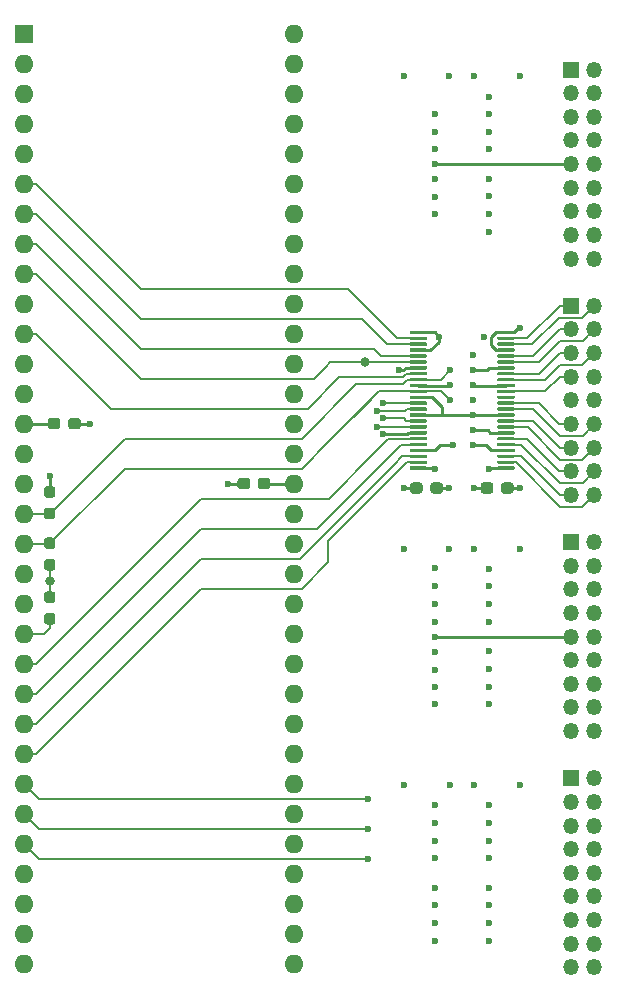
<source format=gbl>
G04 #@! TF.GenerationSoftware,KiCad,Pcbnew,5.1.10*
G04 #@! TF.CreationDate,2021-08-30T11:46:02-07:00*
G04 #@! TF.ProjectId,M68K-BREAKOUT,4d36384b-2d42-4524-9541-4b4f55542e6b,rev?*
G04 #@! TF.SameCoordinates,Original*
G04 #@! TF.FileFunction,Copper,L4,Bot*
G04 #@! TF.FilePolarity,Positive*
%FSLAX46Y46*%
G04 Gerber Fmt 4.6, Leading zero omitted, Abs format (unit mm)*
G04 Created by KiCad (PCBNEW 5.1.10) date 2021-08-30 11:46:02*
%MOMM*%
%LPD*%
G01*
G04 APERTURE LIST*
G04 #@! TA.AperFunction,ComponentPad*
%ADD10O,1.350000X1.350000*%
G04 #@! TD*
G04 #@! TA.AperFunction,ComponentPad*
%ADD11R,1.350000X1.350000*%
G04 #@! TD*
G04 #@! TA.AperFunction,ComponentPad*
%ADD12O,1.600000X1.600000*%
G04 #@! TD*
G04 #@! TA.AperFunction,ComponentPad*
%ADD13R,1.600000X1.600000*%
G04 #@! TD*
G04 #@! TA.AperFunction,ViaPad*
%ADD14C,0.600000*%
G04 #@! TD*
G04 #@! TA.AperFunction,ViaPad*
%ADD15C,0.800000*%
G04 #@! TD*
G04 #@! TA.AperFunction,Conductor*
%ADD16C,0.254000*%
G04 #@! TD*
G04 #@! TA.AperFunction,Conductor*
%ADD17C,0.152400*%
G04 #@! TD*
G04 APERTURE END LIST*
G04 #@! TA.AperFunction,SMDPad,CuDef*
G36*
G01*
X126889500Y-107105000D02*
X127364500Y-107105000D01*
G75*
G02*
X127602000Y-107342500I0J-237500D01*
G01*
X127602000Y-107842500D01*
G75*
G02*
X127364500Y-108080000I-237500J0D01*
G01*
X126889500Y-108080000D01*
G75*
G02*
X126652000Y-107842500I0J237500D01*
G01*
X126652000Y-107342500D01*
G75*
G02*
X126889500Y-107105000I237500J0D01*
G01*
G37*
G04 #@! TD.AperFunction*
G04 #@! TA.AperFunction,SMDPad,CuDef*
G36*
G01*
X126889500Y-105280000D02*
X127364500Y-105280000D01*
G75*
G02*
X127602000Y-105517500I0J-237500D01*
G01*
X127602000Y-106017500D01*
G75*
G02*
X127364500Y-106255000I-237500J0D01*
G01*
X126889500Y-106255000D01*
G75*
G02*
X126652000Y-106017500I0J237500D01*
G01*
X126652000Y-105517500D01*
G75*
G02*
X126889500Y-105280000I237500J0D01*
G01*
G37*
G04 #@! TD.AperFunction*
D10*
X173241720Y-137092991D03*
X171241720Y-137092991D03*
X173241720Y-135092991D03*
X171241720Y-135092991D03*
X173241720Y-133092991D03*
X171241720Y-133092991D03*
X173241720Y-131092991D03*
X171241720Y-131092991D03*
X173241720Y-129092991D03*
X171241720Y-129092991D03*
X173241720Y-127092991D03*
X171241720Y-127092991D03*
X173241720Y-125092991D03*
X171241720Y-125092991D03*
X173241720Y-123092991D03*
X171241720Y-123092991D03*
X173241720Y-121092991D03*
D11*
X171241720Y-121092991D03*
D10*
X173241720Y-117092991D03*
X171241720Y-117092991D03*
X173241720Y-115092991D03*
X171241720Y-115092991D03*
X173241720Y-113092991D03*
X171241720Y-113092991D03*
X173241720Y-111092991D03*
X171241720Y-111092991D03*
X173241720Y-109092991D03*
X171241720Y-109092991D03*
X173241720Y-107092991D03*
X171241720Y-107092991D03*
X173241720Y-105092991D03*
X171241720Y-105092991D03*
X173241720Y-103092991D03*
X171241720Y-103092991D03*
X173241720Y-101092991D03*
D11*
X171241720Y-101092991D03*
D10*
X173241720Y-97092991D03*
X171241720Y-97092991D03*
X173241720Y-95092991D03*
X171241720Y-95092991D03*
X173241720Y-93092991D03*
X171241720Y-93092991D03*
X173241720Y-91092991D03*
X171241720Y-91092991D03*
X173241720Y-89092991D03*
X171241720Y-89092991D03*
X173241720Y-87092991D03*
X171241720Y-87092991D03*
X173241720Y-85092991D03*
X171241720Y-85092991D03*
X173241720Y-83092991D03*
X171241720Y-83092991D03*
X173241720Y-81092991D03*
D11*
X171241720Y-81092991D03*
D10*
X173241720Y-77092991D03*
X171241720Y-77092991D03*
X173241720Y-75092991D03*
X171241720Y-75092991D03*
X173241720Y-73092991D03*
X171241720Y-73092991D03*
X173241720Y-71092991D03*
X171241720Y-71092991D03*
X173241720Y-69092991D03*
X171241720Y-69092991D03*
X173241720Y-67092991D03*
X171241720Y-67092991D03*
X173241720Y-65092991D03*
X171241720Y-65092991D03*
X173241720Y-63092991D03*
X171241720Y-63092991D03*
X173241720Y-61092991D03*
D11*
X171241720Y-61092991D03*
G04 #@! TA.AperFunction,SMDPad,CuDef*
G36*
G01*
X164685000Y-96282500D02*
X164685000Y-96757500D01*
G75*
G02*
X164447500Y-96995000I-237500J0D01*
G01*
X163847500Y-96995000D01*
G75*
G02*
X163610000Y-96757500I0J237500D01*
G01*
X163610000Y-96282500D01*
G75*
G02*
X163847500Y-96045000I237500J0D01*
G01*
X164447500Y-96045000D01*
G75*
G02*
X164685000Y-96282500I0J-237500D01*
G01*
G37*
G04 #@! TD.AperFunction*
G04 #@! TA.AperFunction,SMDPad,CuDef*
G36*
G01*
X166410000Y-96282500D02*
X166410000Y-96757500D01*
G75*
G02*
X166172500Y-96995000I-237500J0D01*
G01*
X165572500Y-96995000D01*
G75*
G02*
X165335000Y-96757500I0J237500D01*
G01*
X165335000Y-96282500D01*
G75*
G02*
X165572500Y-96045000I237500J0D01*
G01*
X166172500Y-96045000D01*
G75*
G02*
X166410000Y-96282500I0J-237500D01*
G01*
G37*
G04 #@! TD.AperFunction*
G04 #@! TA.AperFunction,SMDPad,CuDef*
G36*
G01*
X159366000Y-96757500D02*
X159366000Y-96282500D01*
G75*
G02*
X159603500Y-96045000I237500J0D01*
G01*
X160203500Y-96045000D01*
G75*
G02*
X160441000Y-96282500I0J-237500D01*
G01*
X160441000Y-96757500D01*
G75*
G02*
X160203500Y-96995000I-237500J0D01*
G01*
X159603500Y-96995000D01*
G75*
G02*
X159366000Y-96757500I0J237500D01*
G01*
G37*
G04 #@! TD.AperFunction*
G04 #@! TA.AperFunction,SMDPad,CuDef*
G36*
G01*
X157641000Y-96757500D02*
X157641000Y-96282500D01*
G75*
G02*
X157878500Y-96045000I237500J0D01*
G01*
X158478500Y-96045000D01*
G75*
G02*
X158716000Y-96282500I0J-237500D01*
G01*
X158716000Y-96757500D01*
G75*
G02*
X158478500Y-96995000I-237500J0D01*
G01*
X157878500Y-96995000D01*
G75*
G02*
X157641000Y-96757500I0J237500D01*
G01*
G37*
G04 #@! TD.AperFunction*
G04 #@! TA.AperFunction,SMDPad,CuDef*
G36*
G01*
X165027000Y-94915500D02*
X165027000Y-94765500D01*
G75*
G02*
X165102000Y-94690500I75000J0D01*
G01*
X166427000Y-94690500D01*
G75*
G02*
X166502000Y-94765500I0J-75000D01*
G01*
X166502000Y-94915500D01*
G75*
G02*
X166427000Y-94990500I-75000J0D01*
G01*
X165102000Y-94990500D01*
G75*
G02*
X165027000Y-94915500I0J75000D01*
G01*
G37*
G04 #@! TD.AperFunction*
G04 #@! TA.AperFunction,SMDPad,CuDef*
G36*
G01*
X165027000Y-94415500D02*
X165027000Y-94265500D01*
G75*
G02*
X165102000Y-94190500I75000J0D01*
G01*
X166427000Y-94190500D01*
G75*
G02*
X166502000Y-94265500I0J-75000D01*
G01*
X166502000Y-94415500D01*
G75*
G02*
X166427000Y-94490500I-75000J0D01*
G01*
X165102000Y-94490500D01*
G75*
G02*
X165027000Y-94415500I0J75000D01*
G01*
G37*
G04 #@! TD.AperFunction*
G04 #@! TA.AperFunction,SMDPad,CuDef*
G36*
G01*
X165027000Y-93915500D02*
X165027000Y-93765500D01*
G75*
G02*
X165102000Y-93690500I75000J0D01*
G01*
X166427000Y-93690500D01*
G75*
G02*
X166502000Y-93765500I0J-75000D01*
G01*
X166502000Y-93915500D01*
G75*
G02*
X166427000Y-93990500I-75000J0D01*
G01*
X165102000Y-93990500D01*
G75*
G02*
X165027000Y-93915500I0J75000D01*
G01*
G37*
G04 #@! TD.AperFunction*
G04 #@! TA.AperFunction,SMDPad,CuDef*
G36*
G01*
X165027000Y-93415500D02*
X165027000Y-93265500D01*
G75*
G02*
X165102000Y-93190500I75000J0D01*
G01*
X166427000Y-93190500D01*
G75*
G02*
X166502000Y-93265500I0J-75000D01*
G01*
X166502000Y-93415500D01*
G75*
G02*
X166427000Y-93490500I-75000J0D01*
G01*
X165102000Y-93490500D01*
G75*
G02*
X165027000Y-93415500I0J75000D01*
G01*
G37*
G04 #@! TD.AperFunction*
G04 #@! TA.AperFunction,SMDPad,CuDef*
G36*
G01*
X165027000Y-92915500D02*
X165027000Y-92765500D01*
G75*
G02*
X165102000Y-92690500I75000J0D01*
G01*
X166427000Y-92690500D01*
G75*
G02*
X166502000Y-92765500I0J-75000D01*
G01*
X166502000Y-92915500D01*
G75*
G02*
X166427000Y-92990500I-75000J0D01*
G01*
X165102000Y-92990500D01*
G75*
G02*
X165027000Y-92915500I0J75000D01*
G01*
G37*
G04 #@! TD.AperFunction*
G04 #@! TA.AperFunction,SMDPad,CuDef*
G36*
G01*
X165027000Y-92415500D02*
X165027000Y-92265500D01*
G75*
G02*
X165102000Y-92190500I75000J0D01*
G01*
X166427000Y-92190500D01*
G75*
G02*
X166502000Y-92265500I0J-75000D01*
G01*
X166502000Y-92415500D01*
G75*
G02*
X166427000Y-92490500I-75000J0D01*
G01*
X165102000Y-92490500D01*
G75*
G02*
X165027000Y-92415500I0J75000D01*
G01*
G37*
G04 #@! TD.AperFunction*
G04 #@! TA.AperFunction,SMDPad,CuDef*
G36*
G01*
X165027000Y-91915500D02*
X165027000Y-91765500D01*
G75*
G02*
X165102000Y-91690500I75000J0D01*
G01*
X166427000Y-91690500D01*
G75*
G02*
X166502000Y-91765500I0J-75000D01*
G01*
X166502000Y-91915500D01*
G75*
G02*
X166427000Y-91990500I-75000J0D01*
G01*
X165102000Y-91990500D01*
G75*
G02*
X165027000Y-91915500I0J75000D01*
G01*
G37*
G04 #@! TD.AperFunction*
G04 #@! TA.AperFunction,SMDPad,CuDef*
G36*
G01*
X165027000Y-91415500D02*
X165027000Y-91265500D01*
G75*
G02*
X165102000Y-91190500I75000J0D01*
G01*
X166427000Y-91190500D01*
G75*
G02*
X166502000Y-91265500I0J-75000D01*
G01*
X166502000Y-91415500D01*
G75*
G02*
X166427000Y-91490500I-75000J0D01*
G01*
X165102000Y-91490500D01*
G75*
G02*
X165027000Y-91415500I0J75000D01*
G01*
G37*
G04 #@! TD.AperFunction*
G04 #@! TA.AperFunction,SMDPad,CuDef*
G36*
G01*
X165027000Y-90915500D02*
X165027000Y-90765500D01*
G75*
G02*
X165102000Y-90690500I75000J0D01*
G01*
X166427000Y-90690500D01*
G75*
G02*
X166502000Y-90765500I0J-75000D01*
G01*
X166502000Y-90915500D01*
G75*
G02*
X166427000Y-90990500I-75000J0D01*
G01*
X165102000Y-90990500D01*
G75*
G02*
X165027000Y-90915500I0J75000D01*
G01*
G37*
G04 #@! TD.AperFunction*
G04 #@! TA.AperFunction,SMDPad,CuDef*
G36*
G01*
X165027000Y-90415500D02*
X165027000Y-90265500D01*
G75*
G02*
X165102000Y-90190500I75000J0D01*
G01*
X166427000Y-90190500D01*
G75*
G02*
X166502000Y-90265500I0J-75000D01*
G01*
X166502000Y-90415500D01*
G75*
G02*
X166427000Y-90490500I-75000J0D01*
G01*
X165102000Y-90490500D01*
G75*
G02*
X165027000Y-90415500I0J75000D01*
G01*
G37*
G04 #@! TD.AperFunction*
G04 #@! TA.AperFunction,SMDPad,CuDef*
G36*
G01*
X165027000Y-89915500D02*
X165027000Y-89765500D01*
G75*
G02*
X165102000Y-89690500I75000J0D01*
G01*
X166427000Y-89690500D01*
G75*
G02*
X166502000Y-89765500I0J-75000D01*
G01*
X166502000Y-89915500D01*
G75*
G02*
X166427000Y-89990500I-75000J0D01*
G01*
X165102000Y-89990500D01*
G75*
G02*
X165027000Y-89915500I0J75000D01*
G01*
G37*
G04 #@! TD.AperFunction*
G04 #@! TA.AperFunction,SMDPad,CuDef*
G36*
G01*
X165027000Y-89415500D02*
X165027000Y-89265500D01*
G75*
G02*
X165102000Y-89190500I75000J0D01*
G01*
X166427000Y-89190500D01*
G75*
G02*
X166502000Y-89265500I0J-75000D01*
G01*
X166502000Y-89415500D01*
G75*
G02*
X166427000Y-89490500I-75000J0D01*
G01*
X165102000Y-89490500D01*
G75*
G02*
X165027000Y-89415500I0J75000D01*
G01*
G37*
G04 #@! TD.AperFunction*
G04 #@! TA.AperFunction,SMDPad,CuDef*
G36*
G01*
X165027000Y-88915500D02*
X165027000Y-88765500D01*
G75*
G02*
X165102000Y-88690500I75000J0D01*
G01*
X166427000Y-88690500D01*
G75*
G02*
X166502000Y-88765500I0J-75000D01*
G01*
X166502000Y-88915500D01*
G75*
G02*
X166427000Y-88990500I-75000J0D01*
G01*
X165102000Y-88990500D01*
G75*
G02*
X165027000Y-88915500I0J75000D01*
G01*
G37*
G04 #@! TD.AperFunction*
G04 #@! TA.AperFunction,SMDPad,CuDef*
G36*
G01*
X165027000Y-88415500D02*
X165027000Y-88265500D01*
G75*
G02*
X165102000Y-88190500I75000J0D01*
G01*
X166427000Y-88190500D01*
G75*
G02*
X166502000Y-88265500I0J-75000D01*
G01*
X166502000Y-88415500D01*
G75*
G02*
X166427000Y-88490500I-75000J0D01*
G01*
X165102000Y-88490500D01*
G75*
G02*
X165027000Y-88415500I0J75000D01*
G01*
G37*
G04 #@! TD.AperFunction*
G04 #@! TA.AperFunction,SMDPad,CuDef*
G36*
G01*
X165027000Y-87915500D02*
X165027000Y-87765500D01*
G75*
G02*
X165102000Y-87690500I75000J0D01*
G01*
X166427000Y-87690500D01*
G75*
G02*
X166502000Y-87765500I0J-75000D01*
G01*
X166502000Y-87915500D01*
G75*
G02*
X166427000Y-87990500I-75000J0D01*
G01*
X165102000Y-87990500D01*
G75*
G02*
X165027000Y-87915500I0J75000D01*
G01*
G37*
G04 #@! TD.AperFunction*
G04 #@! TA.AperFunction,SMDPad,CuDef*
G36*
G01*
X165027000Y-87415500D02*
X165027000Y-87265500D01*
G75*
G02*
X165102000Y-87190500I75000J0D01*
G01*
X166427000Y-87190500D01*
G75*
G02*
X166502000Y-87265500I0J-75000D01*
G01*
X166502000Y-87415500D01*
G75*
G02*
X166427000Y-87490500I-75000J0D01*
G01*
X165102000Y-87490500D01*
G75*
G02*
X165027000Y-87415500I0J75000D01*
G01*
G37*
G04 #@! TD.AperFunction*
G04 #@! TA.AperFunction,SMDPad,CuDef*
G36*
G01*
X165027000Y-86915500D02*
X165027000Y-86765500D01*
G75*
G02*
X165102000Y-86690500I75000J0D01*
G01*
X166427000Y-86690500D01*
G75*
G02*
X166502000Y-86765500I0J-75000D01*
G01*
X166502000Y-86915500D01*
G75*
G02*
X166427000Y-86990500I-75000J0D01*
G01*
X165102000Y-86990500D01*
G75*
G02*
X165027000Y-86915500I0J75000D01*
G01*
G37*
G04 #@! TD.AperFunction*
G04 #@! TA.AperFunction,SMDPad,CuDef*
G36*
G01*
X165027000Y-86415500D02*
X165027000Y-86265500D01*
G75*
G02*
X165102000Y-86190500I75000J0D01*
G01*
X166427000Y-86190500D01*
G75*
G02*
X166502000Y-86265500I0J-75000D01*
G01*
X166502000Y-86415500D01*
G75*
G02*
X166427000Y-86490500I-75000J0D01*
G01*
X165102000Y-86490500D01*
G75*
G02*
X165027000Y-86415500I0J75000D01*
G01*
G37*
G04 #@! TD.AperFunction*
G04 #@! TA.AperFunction,SMDPad,CuDef*
G36*
G01*
X165027000Y-85915500D02*
X165027000Y-85765500D01*
G75*
G02*
X165102000Y-85690500I75000J0D01*
G01*
X166427000Y-85690500D01*
G75*
G02*
X166502000Y-85765500I0J-75000D01*
G01*
X166502000Y-85915500D01*
G75*
G02*
X166427000Y-85990500I-75000J0D01*
G01*
X165102000Y-85990500D01*
G75*
G02*
X165027000Y-85915500I0J75000D01*
G01*
G37*
G04 #@! TD.AperFunction*
G04 #@! TA.AperFunction,SMDPad,CuDef*
G36*
G01*
X165027000Y-85415500D02*
X165027000Y-85265500D01*
G75*
G02*
X165102000Y-85190500I75000J0D01*
G01*
X166427000Y-85190500D01*
G75*
G02*
X166502000Y-85265500I0J-75000D01*
G01*
X166502000Y-85415500D01*
G75*
G02*
X166427000Y-85490500I-75000J0D01*
G01*
X165102000Y-85490500D01*
G75*
G02*
X165027000Y-85415500I0J75000D01*
G01*
G37*
G04 #@! TD.AperFunction*
G04 #@! TA.AperFunction,SMDPad,CuDef*
G36*
G01*
X165027000Y-84915500D02*
X165027000Y-84765500D01*
G75*
G02*
X165102000Y-84690500I75000J0D01*
G01*
X166427000Y-84690500D01*
G75*
G02*
X166502000Y-84765500I0J-75000D01*
G01*
X166502000Y-84915500D01*
G75*
G02*
X166427000Y-84990500I-75000J0D01*
G01*
X165102000Y-84990500D01*
G75*
G02*
X165027000Y-84915500I0J75000D01*
G01*
G37*
G04 #@! TD.AperFunction*
G04 #@! TA.AperFunction,SMDPad,CuDef*
G36*
G01*
X165027000Y-84415500D02*
X165027000Y-84265500D01*
G75*
G02*
X165102000Y-84190500I75000J0D01*
G01*
X166427000Y-84190500D01*
G75*
G02*
X166502000Y-84265500I0J-75000D01*
G01*
X166502000Y-84415500D01*
G75*
G02*
X166427000Y-84490500I-75000J0D01*
G01*
X165102000Y-84490500D01*
G75*
G02*
X165027000Y-84415500I0J75000D01*
G01*
G37*
G04 #@! TD.AperFunction*
G04 #@! TA.AperFunction,SMDPad,CuDef*
G36*
G01*
X165027000Y-83915500D02*
X165027000Y-83765500D01*
G75*
G02*
X165102000Y-83690500I75000J0D01*
G01*
X166427000Y-83690500D01*
G75*
G02*
X166502000Y-83765500I0J-75000D01*
G01*
X166502000Y-83915500D01*
G75*
G02*
X166427000Y-83990500I-75000J0D01*
G01*
X165102000Y-83990500D01*
G75*
G02*
X165027000Y-83915500I0J75000D01*
G01*
G37*
G04 #@! TD.AperFunction*
G04 #@! TA.AperFunction,SMDPad,CuDef*
G36*
G01*
X165027000Y-83415500D02*
X165027000Y-83265500D01*
G75*
G02*
X165102000Y-83190500I75000J0D01*
G01*
X166427000Y-83190500D01*
G75*
G02*
X166502000Y-83265500I0J-75000D01*
G01*
X166502000Y-83415500D01*
G75*
G02*
X166427000Y-83490500I-75000J0D01*
G01*
X165102000Y-83490500D01*
G75*
G02*
X165027000Y-83415500I0J75000D01*
G01*
G37*
G04 #@! TD.AperFunction*
G04 #@! TA.AperFunction,SMDPad,CuDef*
G36*
G01*
X157602000Y-83415500D02*
X157602000Y-83265500D01*
G75*
G02*
X157677000Y-83190500I75000J0D01*
G01*
X159002000Y-83190500D01*
G75*
G02*
X159077000Y-83265500I0J-75000D01*
G01*
X159077000Y-83415500D01*
G75*
G02*
X159002000Y-83490500I-75000J0D01*
G01*
X157677000Y-83490500D01*
G75*
G02*
X157602000Y-83415500I0J75000D01*
G01*
G37*
G04 #@! TD.AperFunction*
G04 #@! TA.AperFunction,SMDPad,CuDef*
G36*
G01*
X157602000Y-83915500D02*
X157602000Y-83765500D01*
G75*
G02*
X157677000Y-83690500I75000J0D01*
G01*
X159002000Y-83690500D01*
G75*
G02*
X159077000Y-83765500I0J-75000D01*
G01*
X159077000Y-83915500D01*
G75*
G02*
X159002000Y-83990500I-75000J0D01*
G01*
X157677000Y-83990500D01*
G75*
G02*
X157602000Y-83915500I0J75000D01*
G01*
G37*
G04 #@! TD.AperFunction*
G04 #@! TA.AperFunction,SMDPad,CuDef*
G36*
G01*
X157602000Y-84415500D02*
X157602000Y-84265500D01*
G75*
G02*
X157677000Y-84190500I75000J0D01*
G01*
X159002000Y-84190500D01*
G75*
G02*
X159077000Y-84265500I0J-75000D01*
G01*
X159077000Y-84415500D01*
G75*
G02*
X159002000Y-84490500I-75000J0D01*
G01*
X157677000Y-84490500D01*
G75*
G02*
X157602000Y-84415500I0J75000D01*
G01*
G37*
G04 #@! TD.AperFunction*
G04 #@! TA.AperFunction,SMDPad,CuDef*
G36*
G01*
X157602000Y-84915500D02*
X157602000Y-84765500D01*
G75*
G02*
X157677000Y-84690500I75000J0D01*
G01*
X159002000Y-84690500D01*
G75*
G02*
X159077000Y-84765500I0J-75000D01*
G01*
X159077000Y-84915500D01*
G75*
G02*
X159002000Y-84990500I-75000J0D01*
G01*
X157677000Y-84990500D01*
G75*
G02*
X157602000Y-84915500I0J75000D01*
G01*
G37*
G04 #@! TD.AperFunction*
G04 #@! TA.AperFunction,SMDPad,CuDef*
G36*
G01*
X157602000Y-85415500D02*
X157602000Y-85265500D01*
G75*
G02*
X157677000Y-85190500I75000J0D01*
G01*
X159002000Y-85190500D01*
G75*
G02*
X159077000Y-85265500I0J-75000D01*
G01*
X159077000Y-85415500D01*
G75*
G02*
X159002000Y-85490500I-75000J0D01*
G01*
X157677000Y-85490500D01*
G75*
G02*
X157602000Y-85415500I0J75000D01*
G01*
G37*
G04 #@! TD.AperFunction*
G04 #@! TA.AperFunction,SMDPad,CuDef*
G36*
G01*
X157602000Y-85915500D02*
X157602000Y-85765500D01*
G75*
G02*
X157677000Y-85690500I75000J0D01*
G01*
X159002000Y-85690500D01*
G75*
G02*
X159077000Y-85765500I0J-75000D01*
G01*
X159077000Y-85915500D01*
G75*
G02*
X159002000Y-85990500I-75000J0D01*
G01*
X157677000Y-85990500D01*
G75*
G02*
X157602000Y-85915500I0J75000D01*
G01*
G37*
G04 #@! TD.AperFunction*
G04 #@! TA.AperFunction,SMDPad,CuDef*
G36*
G01*
X157602000Y-86415500D02*
X157602000Y-86265500D01*
G75*
G02*
X157677000Y-86190500I75000J0D01*
G01*
X159002000Y-86190500D01*
G75*
G02*
X159077000Y-86265500I0J-75000D01*
G01*
X159077000Y-86415500D01*
G75*
G02*
X159002000Y-86490500I-75000J0D01*
G01*
X157677000Y-86490500D01*
G75*
G02*
X157602000Y-86415500I0J75000D01*
G01*
G37*
G04 #@! TD.AperFunction*
G04 #@! TA.AperFunction,SMDPad,CuDef*
G36*
G01*
X157602000Y-86915500D02*
X157602000Y-86765500D01*
G75*
G02*
X157677000Y-86690500I75000J0D01*
G01*
X159002000Y-86690500D01*
G75*
G02*
X159077000Y-86765500I0J-75000D01*
G01*
X159077000Y-86915500D01*
G75*
G02*
X159002000Y-86990500I-75000J0D01*
G01*
X157677000Y-86990500D01*
G75*
G02*
X157602000Y-86915500I0J75000D01*
G01*
G37*
G04 #@! TD.AperFunction*
G04 #@! TA.AperFunction,SMDPad,CuDef*
G36*
G01*
X157602000Y-87415500D02*
X157602000Y-87265500D01*
G75*
G02*
X157677000Y-87190500I75000J0D01*
G01*
X159002000Y-87190500D01*
G75*
G02*
X159077000Y-87265500I0J-75000D01*
G01*
X159077000Y-87415500D01*
G75*
G02*
X159002000Y-87490500I-75000J0D01*
G01*
X157677000Y-87490500D01*
G75*
G02*
X157602000Y-87415500I0J75000D01*
G01*
G37*
G04 #@! TD.AperFunction*
G04 #@! TA.AperFunction,SMDPad,CuDef*
G36*
G01*
X157602000Y-87915500D02*
X157602000Y-87765500D01*
G75*
G02*
X157677000Y-87690500I75000J0D01*
G01*
X159002000Y-87690500D01*
G75*
G02*
X159077000Y-87765500I0J-75000D01*
G01*
X159077000Y-87915500D01*
G75*
G02*
X159002000Y-87990500I-75000J0D01*
G01*
X157677000Y-87990500D01*
G75*
G02*
X157602000Y-87915500I0J75000D01*
G01*
G37*
G04 #@! TD.AperFunction*
G04 #@! TA.AperFunction,SMDPad,CuDef*
G36*
G01*
X157602000Y-88415500D02*
X157602000Y-88265500D01*
G75*
G02*
X157677000Y-88190500I75000J0D01*
G01*
X159002000Y-88190500D01*
G75*
G02*
X159077000Y-88265500I0J-75000D01*
G01*
X159077000Y-88415500D01*
G75*
G02*
X159002000Y-88490500I-75000J0D01*
G01*
X157677000Y-88490500D01*
G75*
G02*
X157602000Y-88415500I0J75000D01*
G01*
G37*
G04 #@! TD.AperFunction*
G04 #@! TA.AperFunction,SMDPad,CuDef*
G36*
G01*
X157602000Y-88915500D02*
X157602000Y-88765500D01*
G75*
G02*
X157677000Y-88690500I75000J0D01*
G01*
X159002000Y-88690500D01*
G75*
G02*
X159077000Y-88765500I0J-75000D01*
G01*
X159077000Y-88915500D01*
G75*
G02*
X159002000Y-88990500I-75000J0D01*
G01*
X157677000Y-88990500D01*
G75*
G02*
X157602000Y-88915500I0J75000D01*
G01*
G37*
G04 #@! TD.AperFunction*
G04 #@! TA.AperFunction,SMDPad,CuDef*
G36*
G01*
X157602000Y-89415500D02*
X157602000Y-89265500D01*
G75*
G02*
X157677000Y-89190500I75000J0D01*
G01*
X159002000Y-89190500D01*
G75*
G02*
X159077000Y-89265500I0J-75000D01*
G01*
X159077000Y-89415500D01*
G75*
G02*
X159002000Y-89490500I-75000J0D01*
G01*
X157677000Y-89490500D01*
G75*
G02*
X157602000Y-89415500I0J75000D01*
G01*
G37*
G04 #@! TD.AperFunction*
G04 #@! TA.AperFunction,SMDPad,CuDef*
G36*
G01*
X157602000Y-89915500D02*
X157602000Y-89765500D01*
G75*
G02*
X157677000Y-89690500I75000J0D01*
G01*
X159002000Y-89690500D01*
G75*
G02*
X159077000Y-89765500I0J-75000D01*
G01*
X159077000Y-89915500D01*
G75*
G02*
X159002000Y-89990500I-75000J0D01*
G01*
X157677000Y-89990500D01*
G75*
G02*
X157602000Y-89915500I0J75000D01*
G01*
G37*
G04 #@! TD.AperFunction*
G04 #@! TA.AperFunction,SMDPad,CuDef*
G36*
G01*
X157602000Y-90415500D02*
X157602000Y-90265500D01*
G75*
G02*
X157677000Y-90190500I75000J0D01*
G01*
X159002000Y-90190500D01*
G75*
G02*
X159077000Y-90265500I0J-75000D01*
G01*
X159077000Y-90415500D01*
G75*
G02*
X159002000Y-90490500I-75000J0D01*
G01*
X157677000Y-90490500D01*
G75*
G02*
X157602000Y-90415500I0J75000D01*
G01*
G37*
G04 #@! TD.AperFunction*
G04 #@! TA.AperFunction,SMDPad,CuDef*
G36*
G01*
X157602000Y-90915500D02*
X157602000Y-90765500D01*
G75*
G02*
X157677000Y-90690500I75000J0D01*
G01*
X159002000Y-90690500D01*
G75*
G02*
X159077000Y-90765500I0J-75000D01*
G01*
X159077000Y-90915500D01*
G75*
G02*
X159002000Y-90990500I-75000J0D01*
G01*
X157677000Y-90990500D01*
G75*
G02*
X157602000Y-90915500I0J75000D01*
G01*
G37*
G04 #@! TD.AperFunction*
G04 #@! TA.AperFunction,SMDPad,CuDef*
G36*
G01*
X157602000Y-91415500D02*
X157602000Y-91265500D01*
G75*
G02*
X157677000Y-91190500I75000J0D01*
G01*
X159002000Y-91190500D01*
G75*
G02*
X159077000Y-91265500I0J-75000D01*
G01*
X159077000Y-91415500D01*
G75*
G02*
X159002000Y-91490500I-75000J0D01*
G01*
X157677000Y-91490500D01*
G75*
G02*
X157602000Y-91415500I0J75000D01*
G01*
G37*
G04 #@! TD.AperFunction*
G04 #@! TA.AperFunction,SMDPad,CuDef*
G36*
G01*
X157602000Y-91915500D02*
X157602000Y-91765500D01*
G75*
G02*
X157677000Y-91690500I75000J0D01*
G01*
X159002000Y-91690500D01*
G75*
G02*
X159077000Y-91765500I0J-75000D01*
G01*
X159077000Y-91915500D01*
G75*
G02*
X159002000Y-91990500I-75000J0D01*
G01*
X157677000Y-91990500D01*
G75*
G02*
X157602000Y-91915500I0J75000D01*
G01*
G37*
G04 #@! TD.AperFunction*
G04 #@! TA.AperFunction,SMDPad,CuDef*
G36*
G01*
X157602000Y-92415500D02*
X157602000Y-92265500D01*
G75*
G02*
X157677000Y-92190500I75000J0D01*
G01*
X159002000Y-92190500D01*
G75*
G02*
X159077000Y-92265500I0J-75000D01*
G01*
X159077000Y-92415500D01*
G75*
G02*
X159002000Y-92490500I-75000J0D01*
G01*
X157677000Y-92490500D01*
G75*
G02*
X157602000Y-92415500I0J75000D01*
G01*
G37*
G04 #@! TD.AperFunction*
G04 #@! TA.AperFunction,SMDPad,CuDef*
G36*
G01*
X157602000Y-92915500D02*
X157602000Y-92765500D01*
G75*
G02*
X157677000Y-92690500I75000J0D01*
G01*
X159002000Y-92690500D01*
G75*
G02*
X159077000Y-92765500I0J-75000D01*
G01*
X159077000Y-92915500D01*
G75*
G02*
X159002000Y-92990500I-75000J0D01*
G01*
X157677000Y-92990500D01*
G75*
G02*
X157602000Y-92915500I0J75000D01*
G01*
G37*
G04 #@! TD.AperFunction*
G04 #@! TA.AperFunction,SMDPad,CuDef*
G36*
G01*
X157602000Y-93415500D02*
X157602000Y-93265500D01*
G75*
G02*
X157677000Y-93190500I75000J0D01*
G01*
X159002000Y-93190500D01*
G75*
G02*
X159077000Y-93265500I0J-75000D01*
G01*
X159077000Y-93415500D01*
G75*
G02*
X159002000Y-93490500I-75000J0D01*
G01*
X157677000Y-93490500D01*
G75*
G02*
X157602000Y-93415500I0J75000D01*
G01*
G37*
G04 #@! TD.AperFunction*
G04 #@! TA.AperFunction,SMDPad,CuDef*
G36*
G01*
X157602000Y-93915500D02*
X157602000Y-93765500D01*
G75*
G02*
X157677000Y-93690500I75000J0D01*
G01*
X159002000Y-93690500D01*
G75*
G02*
X159077000Y-93765500I0J-75000D01*
G01*
X159077000Y-93915500D01*
G75*
G02*
X159002000Y-93990500I-75000J0D01*
G01*
X157677000Y-93990500D01*
G75*
G02*
X157602000Y-93915500I0J75000D01*
G01*
G37*
G04 #@! TD.AperFunction*
G04 #@! TA.AperFunction,SMDPad,CuDef*
G36*
G01*
X157602000Y-94415500D02*
X157602000Y-94265500D01*
G75*
G02*
X157677000Y-94190500I75000J0D01*
G01*
X159002000Y-94190500D01*
G75*
G02*
X159077000Y-94265500I0J-75000D01*
G01*
X159077000Y-94415500D01*
G75*
G02*
X159002000Y-94490500I-75000J0D01*
G01*
X157677000Y-94490500D01*
G75*
G02*
X157602000Y-94415500I0J75000D01*
G01*
G37*
G04 #@! TD.AperFunction*
G04 #@! TA.AperFunction,SMDPad,CuDef*
G36*
G01*
X157602000Y-94915500D02*
X157602000Y-94765500D01*
G75*
G02*
X157677000Y-94690500I75000J0D01*
G01*
X159002000Y-94690500D01*
G75*
G02*
X159077000Y-94765500I0J-75000D01*
G01*
X159077000Y-94915500D01*
G75*
G02*
X159002000Y-94990500I-75000J0D01*
G01*
X157677000Y-94990500D01*
G75*
G02*
X157602000Y-94915500I0J75000D01*
G01*
G37*
G04 #@! TD.AperFunction*
G04 #@! TA.AperFunction,SMDPad,CuDef*
G36*
G01*
X144100500Y-95901500D02*
X144100500Y-96376500D01*
G75*
G02*
X143863000Y-96614000I-237500J0D01*
G01*
X143263000Y-96614000D01*
G75*
G02*
X143025500Y-96376500I0J237500D01*
G01*
X143025500Y-95901500D01*
G75*
G02*
X143263000Y-95664000I237500J0D01*
G01*
X143863000Y-95664000D01*
G75*
G02*
X144100500Y-95901500I0J-237500D01*
G01*
G37*
G04 #@! TD.AperFunction*
G04 #@! TA.AperFunction,SMDPad,CuDef*
G36*
G01*
X145825500Y-95901500D02*
X145825500Y-96376500D01*
G75*
G02*
X145588000Y-96614000I-237500J0D01*
G01*
X144988000Y-96614000D01*
G75*
G02*
X144750500Y-96376500I0J237500D01*
G01*
X144750500Y-95901500D01*
G75*
G02*
X144988000Y-95664000I237500J0D01*
G01*
X145588000Y-95664000D01*
G75*
G02*
X145825500Y-95901500I0J-237500D01*
G01*
G37*
G04 #@! TD.AperFunction*
G04 #@! TA.AperFunction,SMDPad,CuDef*
G36*
G01*
X128695500Y-91296500D02*
X128695500Y-90821500D01*
G75*
G02*
X128933000Y-90584000I237500J0D01*
G01*
X129533000Y-90584000D01*
G75*
G02*
X129770500Y-90821500I0J-237500D01*
G01*
X129770500Y-91296500D01*
G75*
G02*
X129533000Y-91534000I-237500J0D01*
G01*
X128933000Y-91534000D01*
G75*
G02*
X128695500Y-91296500I0J237500D01*
G01*
G37*
G04 #@! TD.AperFunction*
G04 #@! TA.AperFunction,SMDPad,CuDef*
G36*
G01*
X126970500Y-91296500D02*
X126970500Y-90821500D01*
G75*
G02*
X127208000Y-90584000I237500J0D01*
G01*
X127808000Y-90584000D01*
G75*
G02*
X128045500Y-90821500I0J-237500D01*
G01*
X128045500Y-91296500D01*
G75*
G02*
X127808000Y-91534000I-237500J0D01*
G01*
X127208000Y-91534000D01*
G75*
G02*
X126970500Y-91296500I0J237500D01*
G01*
G37*
G04 #@! TD.AperFunction*
G04 #@! TA.AperFunction,SMDPad,CuDef*
G36*
G01*
X126889500Y-98191500D02*
X127364500Y-98191500D01*
G75*
G02*
X127602000Y-98429000I0J-237500D01*
G01*
X127602000Y-98929000D01*
G75*
G02*
X127364500Y-99166500I-237500J0D01*
G01*
X126889500Y-99166500D01*
G75*
G02*
X126652000Y-98929000I0J237500D01*
G01*
X126652000Y-98429000D01*
G75*
G02*
X126889500Y-98191500I237500J0D01*
G01*
G37*
G04 #@! TD.AperFunction*
G04 #@! TA.AperFunction,SMDPad,CuDef*
G36*
G01*
X126889500Y-96366500D02*
X127364500Y-96366500D01*
G75*
G02*
X127602000Y-96604000I0J-237500D01*
G01*
X127602000Y-97104000D01*
G75*
G02*
X127364500Y-97341500I-237500J0D01*
G01*
X126889500Y-97341500D01*
G75*
G02*
X126652000Y-97104000I0J237500D01*
G01*
X126652000Y-96604000D01*
G75*
G02*
X126889500Y-96366500I237500J0D01*
G01*
G37*
G04 #@! TD.AperFunction*
G04 #@! TA.AperFunction,SMDPad,CuDef*
G36*
G01*
X127364500Y-101683000D02*
X126889500Y-101683000D01*
G75*
G02*
X126652000Y-101445500I0J237500D01*
G01*
X126652000Y-100945500D01*
G75*
G02*
X126889500Y-100708000I237500J0D01*
G01*
X127364500Y-100708000D01*
G75*
G02*
X127602000Y-100945500I0J-237500D01*
G01*
X127602000Y-101445500D01*
G75*
G02*
X127364500Y-101683000I-237500J0D01*
G01*
G37*
G04 #@! TD.AperFunction*
G04 #@! TA.AperFunction,SMDPad,CuDef*
G36*
G01*
X127364500Y-103508000D02*
X126889500Y-103508000D01*
G75*
G02*
X126652000Y-103270500I0J237500D01*
G01*
X126652000Y-102770500D01*
G75*
G02*
X126889500Y-102533000I237500J0D01*
G01*
X127364500Y-102533000D01*
G75*
G02*
X127602000Y-102770500I0J-237500D01*
G01*
X127602000Y-103270500D01*
G75*
G02*
X127364500Y-103508000I-237500J0D01*
G01*
G37*
G04 #@! TD.AperFunction*
D12*
X147828000Y-58039000D03*
X124968000Y-136779000D03*
X147828000Y-60579000D03*
X124968000Y-134239000D03*
X147828000Y-63119000D03*
X124968000Y-131699000D03*
X147828000Y-65659000D03*
X124968000Y-129159000D03*
X147828000Y-68199000D03*
X124968000Y-126619000D03*
X147828000Y-70739000D03*
X124968000Y-124079000D03*
X147828000Y-73279000D03*
X124968000Y-121539000D03*
X147828000Y-75819000D03*
X124968000Y-118999000D03*
X147828000Y-78359000D03*
X124968000Y-116459000D03*
X147828000Y-80899000D03*
X124968000Y-113919000D03*
X147828000Y-83439000D03*
X124968000Y-111379000D03*
X147828000Y-85979000D03*
X124968000Y-108839000D03*
X147828000Y-88519000D03*
X124968000Y-106299000D03*
X147828000Y-91059000D03*
X124968000Y-103759000D03*
X147828000Y-93599000D03*
X124968000Y-101219000D03*
X147828000Y-96139000D03*
X124968000Y-98679000D03*
X147828000Y-98679000D03*
X124968000Y-96139000D03*
X147828000Y-101219000D03*
X124968000Y-93599000D03*
X147828000Y-103759000D03*
X124968000Y-91059000D03*
X147828000Y-106299000D03*
X124968000Y-88519000D03*
X147828000Y-108839000D03*
X124968000Y-85979000D03*
X147828000Y-111379000D03*
X124968000Y-83439000D03*
X147828000Y-113919000D03*
X124968000Y-80899000D03*
X147828000Y-116459000D03*
X124968000Y-78359000D03*
X147828000Y-118999000D03*
X124968000Y-75819000D03*
X147828000Y-121539000D03*
X124968000Y-73279000D03*
X147828000Y-124079000D03*
X124968000Y-70739000D03*
X147828000Y-126619000D03*
X124968000Y-68199000D03*
X147828000Y-129159000D03*
X124968000Y-65659000D03*
X147828000Y-131699000D03*
X124968000Y-63119000D03*
X147828000Y-134239000D03*
X124968000Y-60579000D03*
X147828000Y-136779000D03*
D13*
X124968000Y-58039000D03*
D14*
X130556000Y-91059000D03*
X142240000Y-96139000D03*
X160972500Y-61658500D03*
X163068000Y-61658500D03*
X159766000Y-64833500D03*
X159766000Y-67818000D03*
X159766000Y-70358000D03*
X159766000Y-73342500D03*
X164338000Y-64833500D03*
X164338000Y-63373000D03*
X164338000Y-67818000D03*
X164338000Y-70358000D03*
X164338000Y-73342500D03*
X164338000Y-74866500D03*
X160972500Y-96520000D03*
X163068000Y-96520000D03*
X166941500Y-82994500D03*
X160083500Y-83693000D03*
X162941000Y-92900500D03*
X161290000Y-92900500D03*
X160972500Y-101663500D03*
X163068000Y-101663500D03*
X159766000Y-103314500D03*
X159766000Y-104838500D03*
X159766000Y-107823000D03*
X159766000Y-110363000D03*
X159766000Y-113347500D03*
X159766000Y-114808000D03*
X164338000Y-103378000D03*
X164338000Y-104838500D03*
X164338000Y-107823000D03*
X164338000Y-110299500D03*
X164338000Y-113347500D03*
X164338000Y-114808000D03*
X161036000Y-121666000D03*
X163068000Y-121666000D03*
X159766000Y-123380500D03*
X164338000Y-123380500D03*
X159766000Y-124841000D03*
X159766000Y-127825500D03*
X159766000Y-130365500D03*
X159766000Y-133350000D03*
X159766000Y-134874000D03*
X164338000Y-127825500D03*
X164338000Y-130365500D03*
X164338000Y-133350000D03*
X164338000Y-134874000D03*
X164338000Y-94869000D03*
X164338000Y-124841000D03*
X162984500Y-90340500D03*
X161036000Y-87820500D03*
X162941000Y-87820500D03*
D15*
X127127000Y-104394000D03*
D14*
X127127000Y-95504000D03*
X157099000Y-61658500D03*
X159766000Y-71882000D03*
X159766000Y-66357500D03*
X157099000Y-96520000D03*
X157099000Y-101663500D03*
X159766000Y-106362500D03*
X159766000Y-111887000D03*
X157162500Y-121666000D03*
X159766000Y-126365000D03*
X159766000Y-131826000D03*
X155378687Y-91916700D03*
X159766000Y-69088000D03*
X159766000Y-109093000D03*
X159766000Y-94869000D03*
X156718000Y-86487000D03*
X161036000Y-89090500D03*
X161036000Y-86550500D03*
X154051000Y-127889000D03*
X154051000Y-125349000D03*
X154051000Y-122809000D03*
X154813000Y-91313000D03*
X155321000Y-90614500D03*
X154813000Y-89979500D03*
X155321000Y-89344500D03*
D15*
X153808500Y-85840500D03*
D14*
X166941500Y-61595000D03*
X164338000Y-66357500D03*
X164338000Y-71818500D03*
X163893500Y-83693000D03*
X163004500Y-89090500D03*
X163004500Y-86550500D03*
X163004500Y-91630500D03*
X166941500Y-101663500D03*
X164338000Y-106362500D03*
X164338000Y-111823500D03*
X163004500Y-85280500D03*
X166941500Y-121666000D03*
X164338000Y-126365000D03*
X164338000Y-131826000D03*
X166941500Y-96520000D03*
D16*
X129233000Y-91059000D02*
X130556000Y-91059000D01*
X143563000Y-96139000D02*
X142240000Y-96139000D01*
X160972500Y-96520000D02*
X159903500Y-96520000D01*
X163068000Y-96520000D02*
X164147500Y-96520000D01*
X165764500Y-90340500D02*
X163024500Y-90340500D01*
X166405000Y-83340500D02*
X166941500Y-82804000D01*
X165764500Y-83340500D02*
X166405000Y-83340500D01*
X164958472Y-83340500D02*
X164528500Y-83770472D01*
X165764500Y-83340500D02*
X164958472Y-83340500D01*
X164958472Y-84840500D02*
X165764500Y-84840500D01*
X164528500Y-84410528D02*
X164958472Y-84840500D01*
X164528500Y-83770472D02*
X164528500Y-84410528D01*
X159731000Y-83340500D02*
X160083500Y-83693000D01*
X158339500Y-83340500D02*
X159731000Y-83340500D01*
X160083500Y-84117264D02*
X160083500Y-83693000D01*
X159360264Y-84840500D02*
X160083500Y-84117264D01*
X158339500Y-84840500D02*
X159360264Y-84840500D01*
X160201500Y-92900500D02*
X159761500Y-93340500D01*
X161290000Y-92900500D02*
X160201500Y-92900500D01*
X158339500Y-93340500D02*
X159761500Y-93340500D01*
X164469500Y-93340500D02*
X165764500Y-93340500D01*
X164029500Y-92900500D02*
X164469500Y-93340500D01*
X164366500Y-94840500D02*
X164338000Y-94869000D01*
X165764500Y-94840500D02*
X164366500Y-94840500D01*
X162941000Y-92900500D02*
X164029500Y-92900500D01*
X162984500Y-90340500D02*
X162984500Y-90340500D01*
X158339500Y-90340500D02*
X158770000Y-90340500D01*
X160317500Y-89642000D02*
X160317500Y-90340500D01*
X159516000Y-88840500D02*
X160317500Y-89642000D01*
X158339500Y-88840500D02*
X159516000Y-88840500D01*
X160317500Y-90340500D02*
X162984500Y-90340500D01*
X158770000Y-90340500D02*
X160317500Y-90340500D01*
X161016000Y-87840500D02*
X161036000Y-87820500D01*
X158339500Y-87840500D02*
X161016000Y-87840500D01*
X162961000Y-87840500D02*
X162941000Y-87820500D01*
X165764500Y-87840500D02*
X162961000Y-87840500D01*
D17*
X127127000Y-103020500D02*
X127127000Y-104394000D01*
D16*
X124968000Y-91059000D02*
X127508000Y-91059000D01*
X127127000Y-96854000D02*
X127127000Y-95504000D01*
X145288000Y-96139000D02*
X147828000Y-96139000D01*
X158178500Y-96520000D02*
X157099000Y-96520000D01*
X158324284Y-91855716D02*
X158339500Y-91840500D01*
X157384300Y-91916700D02*
X157460500Y-91840500D01*
X155378687Y-91916700D02*
X157384300Y-91916700D01*
X158339500Y-91840500D02*
X157460500Y-91840500D01*
X159770991Y-69092991D02*
X159766000Y-69088000D01*
X171241720Y-69092991D02*
X159770991Y-69092991D01*
X159766009Y-109092991D02*
X159766000Y-109093000D01*
X171241720Y-109092991D02*
X159766009Y-109092991D01*
X159737500Y-94840500D02*
X159766000Y-94869000D01*
X158339500Y-94840500D02*
X159737500Y-94840500D01*
X157255275Y-86340500D02*
X157499500Y-86340500D01*
X157108775Y-86487000D02*
X157255275Y-86340500D01*
X156718000Y-86487000D02*
X157108775Y-86487000D01*
X158339500Y-86340500D02*
X157499500Y-86340500D01*
D17*
X127127000Y-104394000D02*
X127127000Y-105767500D01*
X127103500Y-101219000D02*
X127127000Y-101195500D01*
X124968000Y-101219000D02*
X127103500Y-101219000D01*
X127127000Y-101195500D02*
X127150500Y-101195500D01*
X133477000Y-94869000D02*
X148463000Y-94869000D01*
X127150500Y-101195500D02*
X133477000Y-94869000D01*
X160286000Y-88340500D02*
X161036000Y-89090500D01*
X158339500Y-88340500D02*
X160286000Y-88340500D01*
X154991500Y-88340500D02*
X150812500Y-92519500D01*
X158339500Y-88340500D02*
X154991500Y-88340500D01*
X150812500Y-92519500D02*
X154293000Y-89039000D01*
X148463000Y-94869000D02*
X150812500Y-92519500D01*
X124968000Y-98679000D02*
X127127000Y-98679000D01*
X160246000Y-87340500D02*
X161036000Y-86550500D01*
X158339500Y-87340500D02*
X160246000Y-87340500D01*
X157381000Y-87340500D02*
X158339500Y-87340500D01*
X157028000Y-87693500D02*
X157381000Y-87340500D01*
X153098500Y-87693500D02*
X157028000Y-87693500D01*
X148463000Y-92329000D02*
X153098500Y-87693500D01*
X133477000Y-92329000D02*
X148463000Y-92329000D01*
X127127000Y-98679000D02*
X133477000Y-92329000D01*
X124968000Y-126619000D02*
X126238000Y-127889000D01*
X126238000Y-127889000D02*
X154051000Y-127889000D01*
X126238000Y-125349000D02*
X149098000Y-125349000D01*
X124968000Y-124079000D02*
X126238000Y-125349000D01*
X149098000Y-125349000D02*
X154051000Y-125349000D01*
X124968000Y-121539000D02*
X126238000Y-122809000D01*
X126238000Y-122809000D02*
X154051000Y-122809000D01*
X125984000Y-118999000D02*
X124968000Y-118999000D01*
X139954000Y-105029000D02*
X125984000Y-118999000D01*
X148463000Y-105029000D02*
X139954000Y-105029000D01*
X150672750Y-102793750D02*
X150685500Y-102806500D01*
X157373500Y-94340500D02*
X150672750Y-101041250D01*
X150685500Y-102806500D02*
X148463000Y-105029000D01*
X150672750Y-101041250D02*
X150672750Y-102793750D01*
X158339500Y-94340500D02*
X157373500Y-94340500D01*
X125984000Y-116459000D02*
X139954000Y-102489000D01*
X139954000Y-102489000D02*
X148336000Y-102489000D01*
X124968000Y-116459000D02*
X125984000Y-116459000D01*
X156241750Y-94583250D02*
X156286000Y-94539000D01*
X148336000Y-102489000D02*
X156241750Y-94583250D01*
X156984500Y-93840500D02*
X158339500Y-93840500D01*
X156241750Y-94583250D02*
X156984500Y-93840500D01*
X149796500Y-99949000D02*
X156905000Y-92840500D01*
X157166000Y-92840500D02*
X158339500Y-92840500D01*
X156905000Y-92840500D02*
X157166000Y-92840500D01*
X139954000Y-99949000D02*
X149796500Y-99949000D01*
X125984000Y-113919000D02*
X139954000Y-99949000D01*
X124968000Y-113919000D02*
X125984000Y-113919000D01*
X125984000Y-111379000D02*
X124968000Y-111379000D01*
X150749000Y-97409000D02*
X139954000Y-97409000D01*
X154612665Y-93545335D02*
X150749000Y-97409000D01*
X139954000Y-97409000D02*
X125984000Y-111379000D01*
X154612665Y-93535500D02*
X154612665Y-93545335D01*
X155807665Y-92340500D02*
X154612665Y-93535500D01*
X158339500Y-92340500D02*
X155807665Y-92340500D01*
X154840500Y-91340500D02*
X154813000Y-91313000D01*
X158339500Y-91340500D02*
X154840500Y-91340500D01*
X157091500Y-90614500D02*
X157317500Y-90840500D01*
X155321000Y-90614500D02*
X157091500Y-90614500D01*
X158339500Y-90840500D02*
X157317500Y-90840500D01*
X157365000Y-89840500D02*
X158339500Y-89840500D01*
X157226000Y-89979500D02*
X157365000Y-89840500D01*
X154813000Y-89979500D02*
X157226000Y-89979500D01*
X132334000Y-89789000D02*
X125984000Y-83439000D01*
X148971000Y-89789000D02*
X132334000Y-89789000D01*
X125984000Y-83439000D02*
X124968000Y-83439000D01*
X157012250Y-87153750D02*
X157325500Y-86840500D01*
X151606250Y-87153750D02*
X157012250Y-87153750D01*
X158339500Y-86840500D02*
X157325500Y-86840500D01*
X151606250Y-87153750D02*
X148971000Y-89789000D01*
X158335500Y-89344500D02*
X158339500Y-89340500D01*
X155325000Y-89340500D02*
X155321000Y-89344500D01*
X158339500Y-89340500D02*
X157349000Y-89340500D01*
X157349000Y-89340500D02*
X155325000Y-89340500D01*
X134874000Y-87249000D02*
X125984000Y-78359000D01*
X149479000Y-87249000D02*
X134874000Y-87249000D01*
X150495000Y-86233000D02*
X149479000Y-87249000D01*
X125984000Y-78359000D02*
X124968000Y-78359000D01*
X150887500Y-85840500D02*
X150495000Y-86233000D01*
X158339500Y-85840500D02*
X153808500Y-85840500D01*
X153808500Y-85840500D02*
X150887500Y-85840500D01*
X125984000Y-75819000D02*
X124968000Y-75819000D01*
X134874000Y-84709000D02*
X154559000Y-84709000D01*
X134874000Y-84709000D02*
X125984000Y-75819000D01*
X155190500Y-85340500D02*
X155035250Y-85185250D01*
X158339500Y-85340500D02*
X155190500Y-85340500D01*
X154559000Y-84709000D02*
X155035250Y-85185250D01*
X125984000Y-73279000D02*
X124968000Y-73279000D01*
X153536402Y-82169000D02*
X134874000Y-82169000D01*
X134874000Y-82169000D02*
X125984000Y-73279000D01*
X155707902Y-84340500D02*
X155539951Y-84172549D01*
X158339500Y-84340500D02*
X155707902Y-84340500D01*
X155539951Y-84172549D02*
X153536402Y-82169000D01*
X125984000Y-70739000D02*
X124968000Y-70739000D01*
X134874000Y-79629000D02*
X125984000Y-70739000D01*
X152359000Y-79629000D02*
X134874000Y-79629000D01*
X156570500Y-83840500D02*
X156316500Y-83586500D01*
X158339500Y-83840500D02*
X156570500Y-83840500D01*
X156316500Y-83586500D02*
X152359000Y-79629000D01*
D16*
X163004500Y-86550500D02*
X164147500Y-86550500D01*
X164147500Y-86550500D02*
X164357500Y-86340500D01*
X165764500Y-86340500D02*
X164357500Y-86340500D01*
X164235500Y-91630500D02*
X164445500Y-91840500D01*
X163004500Y-91630500D02*
X164235500Y-91630500D01*
X164445500Y-91840500D02*
X165764500Y-91840500D01*
X166941500Y-96520000D02*
X165872500Y-96520000D01*
D17*
X170370500Y-98107500D02*
X172227211Y-98107500D01*
X172227211Y-98107500D02*
X173241720Y-97092991D01*
X166603500Y-94340500D02*
X170370500Y-98107500D01*
X165764500Y-94340500D02*
X166603500Y-94340500D01*
X165764500Y-93840500D02*
X167056000Y-93840500D01*
X170308491Y-97092991D02*
X171241720Y-97092991D01*
X167056000Y-93840500D02*
X170308491Y-97092991D01*
X166818000Y-92840500D02*
X165764500Y-92840500D01*
X170307000Y-96075500D02*
X167072000Y-92840500D01*
X172259211Y-96075500D02*
X170307000Y-96075500D01*
X167072000Y-92840500D02*
X166818000Y-92840500D01*
X173241720Y-95092991D02*
X172259211Y-96075500D01*
X165764500Y-92340500D02*
X167524500Y-92340500D01*
X170276991Y-95092991D02*
X171241720Y-95092991D01*
X167524500Y-92340500D02*
X170276991Y-95092991D01*
X167350000Y-91340500D02*
X165764500Y-91340500D01*
X167604000Y-91340500D02*
X167350000Y-91340500D01*
X172227711Y-94107000D02*
X170370500Y-94107000D01*
X170370500Y-94107000D02*
X167604000Y-91340500D01*
X173241720Y-93092991D02*
X172227711Y-94107000D01*
X165764500Y-90840500D02*
X168056500Y-90840500D01*
X170308991Y-93092991D02*
X171241720Y-93092991D01*
X168056500Y-90840500D02*
X170308991Y-93092991D01*
X167779000Y-89840500D02*
X165764500Y-89840500D01*
X168072500Y-89840500D02*
X167779000Y-89840500D01*
X170307000Y-92075000D02*
X168072500Y-89840500D01*
X172259710Y-92075000D02*
X170307000Y-92075000D01*
X173241720Y-91092991D02*
X172259710Y-92075000D01*
X165764500Y-89340500D02*
X168525000Y-89340500D01*
X170277491Y-91092991D02*
X171241720Y-91092991D01*
X168525000Y-89340500D02*
X170277491Y-91092991D01*
X165764500Y-88340500D02*
X169088500Y-88340500D01*
X170336009Y-87092991D02*
X171241720Y-87092991D01*
X169088500Y-88340500D02*
X170336009Y-87092991D01*
X169072500Y-87340500D02*
X165764500Y-87340500D01*
X170307000Y-86106000D02*
X169072500Y-87340500D01*
X172228711Y-86106000D02*
X170307000Y-86106000D01*
X173241720Y-85092991D02*
X172228711Y-86106000D01*
X165764500Y-86840500D02*
X168556500Y-86840500D01*
X170304009Y-85092991D02*
X171241720Y-85092991D01*
X168556500Y-86840500D02*
X170304009Y-85092991D01*
X168540500Y-85840500D02*
X165764500Y-85840500D01*
X172260711Y-84074000D02*
X170307000Y-84074000D01*
X170307000Y-84074000D02*
X168540500Y-85840500D01*
X173241720Y-83092991D02*
X172260711Y-84074000D01*
X165764500Y-85340500D02*
X168088000Y-85340500D01*
X170335509Y-83092991D02*
X171241720Y-83092991D01*
X168088000Y-85340500D02*
X170335509Y-83092991D01*
X170243500Y-82105500D02*
X172229211Y-82105500D01*
X168008500Y-84340500D02*
X170243500Y-82105500D01*
X172229211Y-82105500D02*
X173241720Y-81092991D01*
X172229211Y-82105500D02*
X170307000Y-82105500D01*
X165764500Y-84340500D02*
X168008500Y-84340500D01*
X170303509Y-81092991D02*
X171241720Y-81092991D01*
X167556000Y-83840500D02*
X170303509Y-81092991D01*
X165764500Y-83840500D02*
X167556000Y-83840500D01*
X126682500Y-108839000D02*
X126428500Y-108839000D01*
X126428500Y-108839000D02*
X124968000Y-108839000D01*
X127127000Y-108394500D02*
X126682500Y-108839000D01*
X127127000Y-107592500D02*
X127127000Y-108394500D01*
M02*

</source>
